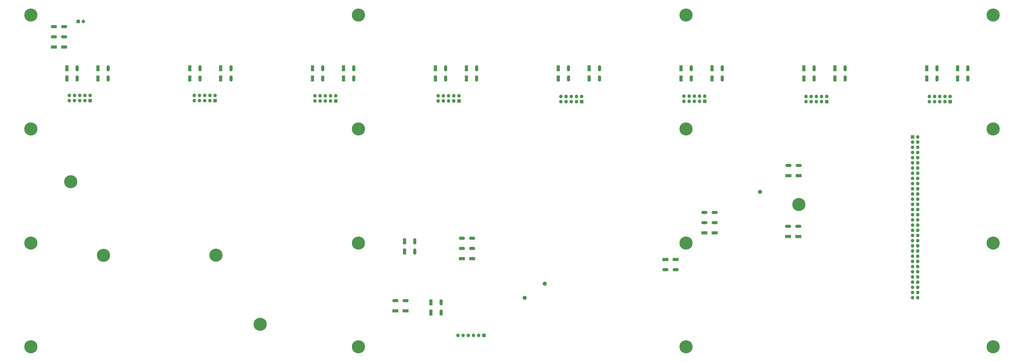
<source format=gbr>
%TF.GenerationSoftware,KiCad,Pcbnew,7.0.8*%
%TF.CreationDate,2023-11-16T11:59:51+01:00*%
%TF.ProjectId,main-board-rev1,6d61696e-2d62-46f6-9172-642d72657631,rev?*%
%TF.SameCoordinates,Original*%
%TF.FileFunction,Soldermask,Bot*%
%TF.FilePolarity,Negative*%
%FSLAX46Y46*%
G04 Gerber Fmt 4.6, Leading zero omitted, Abs format (unit mm)*
G04 Created by KiCad (PCBNEW 7.0.8) date 2023-11-16 11:59:51*
%MOMM*%
%LPD*%
G01*
G04 APERTURE LIST*
%ADD10C,0.800000*%
%ADD11C,6.400000*%
%ADD12R,1.700000X1.700000*%
%ADD13O,1.700000X1.700000*%
%ADD14R,1.500000X3.000000*%
%ADD15O,1.500000X3.000000*%
%ADD16R,3.000000X1.500000*%
%ADD17O,3.000000X1.500000*%
%ADD18C,2.000000*%
G04 APERTURE END LIST*
D10*
%TO.C,H108*%
X88300682Y-643708023D03*
X89003626Y-642010967D03*
X89003626Y-645405079D03*
X90700682Y-641308023D03*
D11*
X90700682Y-643708023D03*
D10*
X90700682Y-646108023D03*
X92397738Y-642010967D03*
X92397738Y-645405079D03*
X93100682Y-643708023D03*
%TD*%
%TO.C,H108*%
X408300682Y-643708023D03*
X409003626Y-642010967D03*
X409003626Y-645405079D03*
X410700682Y-641308023D03*
D11*
X410700682Y-643708023D03*
D10*
X410700682Y-646108023D03*
X412397738Y-642010967D03*
X412397738Y-645405079D03*
X413100682Y-643708023D03*
%TD*%
D12*
%TO.C,J105*%
X359720682Y-686088023D03*
D13*
X359720682Y-683548023D03*
X357180682Y-686088023D03*
X357180682Y-683548023D03*
X354640682Y-686088023D03*
X354640682Y-683548023D03*
X352100682Y-686088023D03*
X352100682Y-683548023D03*
X349560682Y-686088023D03*
X349560682Y-683548023D03*
%TD*%
D14*
%TO.C,J503*%
X363410682Y-669798023D03*
X363410682Y-674798023D03*
D15*
X368410682Y-669798023D03*
X368410682Y-674798023D03*
%TD*%
D10*
%TO.C,H108*%
X248300682Y-643708023D03*
X249003626Y-642010967D03*
X249003626Y-645405079D03*
X250700682Y-641308023D03*
D11*
X250700682Y-643708023D03*
D10*
X250700682Y-646108023D03*
X252397738Y-642010967D03*
X252397738Y-645405079D03*
X253100682Y-643708023D03*
%TD*%
D16*
%TO.C,J120*%
X460580682Y-752135523D03*
X465580682Y-752135523D03*
D17*
X460580682Y-747135523D03*
X465580682Y-747135523D03*
%TD*%
D12*
%TO.C,J104*%
X299780682Y-685788023D03*
D13*
X299780682Y-683248023D03*
X297240682Y-685788023D03*
X297240682Y-683248023D03*
X294700682Y-685788023D03*
X294700682Y-683248023D03*
X292160682Y-685788023D03*
X292160682Y-683248023D03*
X289620682Y-685788023D03*
X289620682Y-683248023D03*
%TD*%
D16*
%TO.C,J202*%
X101890682Y-659358023D03*
X106890682Y-659358023D03*
D17*
X101890682Y-654358023D03*
X106890682Y-654358023D03*
X101890682Y-649358023D03*
X106890682Y-649358023D03*
%TD*%
D10*
%TO.C,H108*%
X408300682Y-699541356D03*
X409003626Y-697844300D03*
X409003626Y-701238412D03*
X410700682Y-697141356D03*
D11*
X410700682Y-699541356D03*
D10*
X410700682Y-701941356D03*
X412397738Y-697844300D03*
X412397738Y-701238412D03*
X413100682Y-699541356D03*
%TD*%
D12*
%TO.C,J1*%
X311980682Y-800574689D03*
D13*
X309440682Y-800574689D03*
X306900682Y-800574689D03*
X304360682Y-800574689D03*
X301820682Y-800574689D03*
X299280682Y-800574689D03*
%TD*%
D14*
%TO.C,J503*%
X423410682Y-669798023D03*
X423410682Y-674798023D03*
D15*
X428410682Y-669798023D03*
X428410682Y-674798023D03*
%TD*%
D14*
%TO.C,J504*%
X528260682Y-669798023D03*
X528260682Y-674798023D03*
D15*
X533260682Y-669798023D03*
X533260682Y-674798023D03*
%TD*%
D10*
%TO.C,H108*%
X248300682Y-806208023D03*
X249003626Y-804510967D03*
X249003626Y-807905079D03*
X250700682Y-803808023D03*
D11*
X250700682Y-806208023D03*
D10*
X250700682Y-808608023D03*
X252397738Y-804510967D03*
X252397738Y-807905079D03*
X253100682Y-806208023D03*
%TD*%
D14*
%TO.C,J503*%
X543410682Y-669798023D03*
X543410682Y-674798023D03*
D15*
X548410682Y-669798023D03*
X548410682Y-674798023D03*
%TD*%
D10*
%TO.C,H108*%
X408300682Y-755374689D03*
X409003626Y-753677633D03*
X409003626Y-757071745D03*
X410700682Y-752974689D03*
D11*
X410700682Y-755374689D03*
D10*
X410700682Y-757774689D03*
X412397738Y-753677633D03*
X412397738Y-757071745D03*
X413100682Y-755374689D03*
%TD*%
D14*
%TO.C,SW201*%
X286085682Y-784448023D03*
X286085682Y-789448023D03*
D15*
X291085682Y-784448023D03*
X291085682Y-789448023D03*
%TD*%
D12*
%TO.C,J117*%
X521380682Y-703378023D03*
D13*
X523920682Y-703378023D03*
X521380682Y-705918023D03*
X523920682Y-705918023D03*
X521380682Y-708458023D03*
X523920682Y-708458023D03*
X521380682Y-710998023D03*
X523920682Y-710998023D03*
X521380682Y-713538023D03*
X523920682Y-713538023D03*
X521380682Y-716078023D03*
X523920682Y-716078023D03*
X521380682Y-718618023D03*
X523920682Y-718618023D03*
X521380682Y-721158023D03*
X523920682Y-721158023D03*
X521380682Y-723698023D03*
X523920682Y-723698023D03*
X521380682Y-726238023D03*
X523920682Y-726238023D03*
X521380682Y-728778023D03*
X523920682Y-728778023D03*
X521380682Y-731318023D03*
X523920682Y-731318023D03*
X521380682Y-733858023D03*
X523920682Y-733858023D03*
X521380682Y-736398023D03*
X523920682Y-736398023D03*
X521380682Y-738938023D03*
X523920682Y-738938023D03*
X521380682Y-741478023D03*
X523920682Y-741478023D03*
X521380682Y-744018023D03*
X523920682Y-744018023D03*
X521380682Y-746558023D03*
X523920682Y-746558023D03*
X521380682Y-749098023D03*
X523920682Y-749098023D03*
X521380682Y-751638023D03*
X523920682Y-751638023D03*
X521380682Y-754178023D03*
X523920682Y-754178023D03*
X521380682Y-756718023D03*
X523920682Y-756718023D03*
X521380682Y-759258023D03*
X523920682Y-759258023D03*
X521380682Y-761798023D03*
X523920682Y-761798023D03*
X521380682Y-764338023D03*
X523920682Y-764338023D03*
X521380682Y-766878023D03*
X523920682Y-766878023D03*
X521380682Y-769418023D03*
X523920682Y-769418023D03*
X521380682Y-771958023D03*
X523920682Y-771958023D03*
X521380682Y-774498023D03*
X523920682Y-774498023D03*
X521380682Y-777038023D03*
X523920682Y-777038023D03*
X521380682Y-779578023D03*
X523920682Y-779578023D03*
X521380682Y-782118023D03*
X523920682Y-782118023D03*
%TD*%
D14*
%TO.C,SW302*%
X273225682Y-754500523D03*
X273225682Y-759500523D03*
D15*
X278225682Y-754500523D03*
X278225682Y-759500523D03*
%TD*%
D14*
%TO.C,J503*%
X483410682Y-669798023D03*
X483410682Y-674798023D03*
D15*
X488410682Y-669798023D03*
X488410682Y-674798023D03*
%TD*%
D10*
%TO.C,H108*%
X408300682Y-806208023D03*
X409003626Y-804510967D03*
X409003626Y-807905079D03*
X410700682Y-803808023D03*
D11*
X410700682Y-806208023D03*
D10*
X410700682Y-808608023D03*
X412397738Y-804510967D03*
X412397738Y-807905079D03*
X413100682Y-806208023D03*
%TD*%
%TO.C,H108*%
X558300682Y-806208023D03*
X559003626Y-804510967D03*
X559003626Y-807905079D03*
X560700682Y-803808023D03*
D11*
X560700682Y-806208023D03*
D10*
X560700682Y-808608023D03*
X562397738Y-804510967D03*
X562397738Y-807905079D03*
X563100682Y-806208023D03*
%TD*%
D12*
%TO.C,J103*%
X239620682Y-685748023D03*
D13*
X239620682Y-683208023D03*
X237080682Y-685748023D03*
X237080682Y-683208023D03*
X234540682Y-685748023D03*
X234540682Y-683208023D03*
X232000682Y-685748023D03*
X232000682Y-683208023D03*
X229460682Y-685748023D03*
X229460682Y-683208023D03*
%TD*%
D14*
%TO.C,J504*%
X288260682Y-669798023D03*
X288260682Y-674798023D03*
D15*
X293260682Y-669798023D03*
X293260682Y-674798023D03*
%TD*%
D10*
%TO.C,H407*%
X107770682Y-725298023D03*
X108473626Y-723600967D03*
X108473626Y-726995079D03*
X110170682Y-722898023D03*
D11*
X110170682Y-725298023D03*
D10*
X110170682Y-727698023D03*
X111867738Y-723600967D03*
X111867738Y-726995079D03*
X112570682Y-725298023D03*
%TD*%
D12*
%TO.C,J102*%
X180620682Y-685648023D03*
D13*
X180620682Y-683108023D03*
X178080682Y-685648023D03*
X178080682Y-683108023D03*
X175540682Y-685648023D03*
X175540682Y-683108023D03*
X173000682Y-685648023D03*
X173000682Y-683108023D03*
X170460682Y-685648023D03*
X170460682Y-683108023D03*
%TD*%
D10*
%TO.C,H108*%
X88300682Y-699541356D03*
X89003626Y-697844300D03*
X89003626Y-701238412D03*
X90700682Y-697141356D03*
D11*
X90700682Y-699541356D03*
D10*
X90700682Y-701941356D03*
X92397738Y-697844300D03*
X92397738Y-701238412D03*
X93100682Y-699541356D03*
%TD*%
D14*
%TO.C,J503*%
X123410682Y-669798023D03*
X123410682Y-674798023D03*
D15*
X128410682Y-669798023D03*
X128410682Y-674798023D03*
%TD*%
D10*
%TO.C,H108*%
X248300682Y-755374689D03*
X249003626Y-753677633D03*
X249003626Y-757071745D03*
X250700682Y-752974689D03*
D11*
X250700682Y-755374689D03*
D10*
X250700682Y-757774689D03*
X252397738Y-753677633D03*
X252397738Y-757071745D03*
X253100682Y-755374689D03*
%TD*%
%TO.C,H405*%
X200270682Y-795198023D03*
X200973626Y-793500967D03*
X200973626Y-796895079D03*
X202670682Y-792798023D03*
D11*
X202670682Y-795198023D03*
D10*
X202670682Y-797598023D03*
X204367738Y-793500967D03*
X204367738Y-796895079D03*
X205070682Y-795198023D03*
%TD*%
%TO.C,H108*%
X88300682Y-806208023D03*
X89003626Y-804510967D03*
X89003626Y-807905079D03*
X90700682Y-803808023D03*
D11*
X90700682Y-806208023D03*
D10*
X90700682Y-808608023D03*
X92397738Y-804510967D03*
X92397738Y-807905079D03*
X93100682Y-806208023D03*
%TD*%
D12*
%TO.C,J107*%
X479420682Y-686148023D03*
D13*
X479420682Y-683608023D03*
X476880682Y-686148023D03*
X476880682Y-683608023D03*
X474340682Y-686148023D03*
X474340682Y-683608023D03*
X471800682Y-686148023D03*
X471800682Y-683608023D03*
X469260682Y-686148023D03*
X469260682Y-683608023D03*
%TD*%
D18*
%TO.C,TP401*%
X446830682Y-730298023D03*
%TD*%
D14*
%TO.C,J504*%
X408260682Y-669798023D03*
X408260682Y-674798023D03*
D15*
X413260682Y-669798023D03*
X413260682Y-674798023D03*
%TD*%
D12*
%TO.C,J101*%
X119620682Y-685648023D03*
D13*
X119620682Y-683108023D03*
X117080682Y-685648023D03*
X117080682Y-683108023D03*
X114540682Y-685648023D03*
X114540682Y-683108023D03*
X112000682Y-685648023D03*
X112000682Y-683108023D03*
X109460682Y-685648023D03*
X109460682Y-683108023D03*
%TD*%
D14*
%TO.C,J503*%
X183410682Y-669798023D03*
X183410682Y-674798023D03*
D15*
X188410682Y-669798023D03*
X188410682Y-674798023D03*
%TD*%
D14*
%TO.C,J503*%
X303410682Y-669798023D03*
X303410682Y-674798023D03*
D15*
X308410682Y-669798023D03*
X308410682Y-674798023D03*
%TD*%
D14*
%TO.C,J504*%
X168260682Y-669798023D03*
X168260682Y-674798023D03*
D15*
X173260682Y-669798023D03*
X173260682Y-674798023D03*
%TD*%
D10*
%TO.C,H108*%
X558300682Y-755374689D03*
X559003626Y-753677633D03*
X559003626Y-757071745D03*
X560700682Y-752974689D03*
D11*
X560700682Y-755374689D03*
D10*
X560700682Y-757774689D03*
X562397738Y-753677633D03*
X562397738Y-757071745D03*
X563100682Y-755374689D03*
%TD*%
D16*
%TO.C,J201*%
X268735682Y-788598023D03*
X273735682Y-788598023D03*
D17*
X268735682Y-783598023D03*
X273735682Y-783598023D03*
%TD*%
D10*
%TO.C,H110*%
X463383626Y-736521800D03*
X464086570Y-734824744D03*
X464086570Y-738218856D03*
X465783626Y-734121800D03*
D11*
X465783626Y-736521800D03*
D10*
X465783626Y-738921800D03*
X467480682Y-734824744D03*
X467480682Y-738218856D03*
X468183626Y-736521800D03*
%TD*%
%TO.C,H102*%
X123717711Y-761375658D03*
X124420655Y-759678602D03*
X124420655Y-763072714D03*
X126117711Y-758975658D03*
D11*
X126117711Y-761375658D03*
D10*
X126117711Y-763775658D03*
X127814767Y-759678602D03*
X127814767Y-763072714D03*
X128517711Y-761375658D03*
%TD*%
D18*
%TO.C,TP204*%
X341660682Y-775298023D03*
%TD*%
D12*
%TO.C,J108*%
X539700682Y-686148023D03*
D13*
X539700682Y-683608023D03*
X537160682Y-686148023D03*
X537160682Y-683608023D03*
X534620682Y-686148023D03*
X534620682Y-683608023D03*
X532080682Y-686148023D03*
X532080682Y-683608023D03*
X529540682Y-686148023D03*
X529540682Y-683608023D03*
%TD*%
D10*
%TO.C,H408*%
X178670682Y-761298023D03*
X179373626Y-759600967D03*
X179373626Y-762995079D03*
X181070682Y-758898023D03*
D11*
X181070682Y-761298023D03*
D10*
X181070682Y-763698023D03*
X182767738Y-759600967D03*
X182767738Y-762995079D03*
X183470682Y-761298023D03*
%TD*%
D16*
%TO.C,SW301*%
X419680682Y-750368023D03*
X424680682Y-750368023D03*
D17*
X419680682Y-745368023D03*
X424680682Y-745368023D03*
X419680682Y-740368023D03*
X424680682Y-740368023D03*
%TD*%
D10*
%TO.C,H108*%
X88300682Y-755374689D03*
X89003626Y-753677633D03*
X89003626Y-757071745D03*
X90700682Y-752974689D03*
D11*
X90700682Y-755374689D03*
D10*
X90700682Y-757774689D03*
X92397738Y-753677633D03*
X92397738Y-757071745D03*
X93100682Y-755374689D03*
%TD*%
D16*
%TO.C,RV301*%
X301235682Y-763010523D03*
X306235682Y-763010523D03*
D17*
X301235682Y-758010523D03*
X306235682Y-758010523D03*
X301235682Y-753010523D03*
X306235682Y-753010523D03*
%TD*%
D14*
%TO.C,J504*%
X108260682Y-669798023D03*
X108260682Y-674798023D03*
D15*
X113260682Y-669798023D03*
X113260682Y-674798023D03*
%TD*%
D18*
%TO.C,TP203*%
X331910682Y-782223023D03*
%TD*%
D14*
%TO.C,J504*%
X228260682Y-669798023D03*
X228260682Y-674798023D03*
D15*
X233260682Y-669798023D03*
X233260682Y-674798023D03*
%TD*%
D10*
%TO.C,H108*%
X558300682Y-643708023D03*
X559003626Y-642010967D03*
X559003626Y-645405079D03*
X560700682Y-641308023D03*
D11*
X560700682Y-643708023D03*
D10*
X560700682Y-646108023D03*
X562397738Y-642010967D03*
X562397738Y-645405079D03*
X563100682Y-643708023D03*
%TD*%
D16*
%TO.C,J119*%
X460730682Y-722398023D03*
X465730682Y-722398023D03*
D17*
X460730682Y-717398023D03*
X465730682Y-717398023D03*
%TD*%
D10*
%TO.C,H108*%
X558300682Y-699541356D03*
X559003626Y-697844300D03*
X559003626Y-701238412D03*
X560700682Y-697141356D03*
D11*
X560700682Y-699541356D03*
D10*
X560700682Y-701941356D03*
X562397738Y-697844300D03*
X562397738Y-701238412D03*
X563100682Y-699541356D03*
%TD*%
D14*
%TO.C,J503*%
X243410682Y-669798023D03*
X243410682Y-674798023D03*
D15*
X248410682Y-669798023D03*
X248410682Y-674798023D03*
%TD*%
D14*
%TO.C,J504*%
X348260682Y-669798023D03*
X348260682Y-674798023D03*
D15*
X353260682Y-669798023D03*
X353260682Y-674798023D03*
%TD*%
D10*
%TO.C,H108*%
X248300682Y-699541356D03*
X249003626Y-697844300D03*
X249003626Y-701238412D03*
X250700682Y-697141356D03*
D11*
X250700682Y-699541356D03*
D10*
X250700682Y-701941356D03*
X252397738Y-697844300D03*
X252397738Y-701238412D03*
X253100682Y-699541356D03*
%TD*%
D12*
%TO.C,J106*%
X419820682Y-685988023D03*
D13*
X419820682Y-683448023D03*
X417280682Y-685988023D03*
X417280682Y-683448023D03*
X414740682Y-685988023D03*
X414740682Y-683448023D03*
X412200682Y-685988023D03*
X412200682Y-683448023D03*
X409660682Y-685988023D03*
X409660682Y-683448023D03*
%TD*%
D16*
%TO.C,SW401*%
X405630682Y-763435523D03*
X400630682Y-763435523D03*
D17*
X405630682Y-768435523D03*
X400630682Y-768435523D03*
%TD*%
D12*
%TO.C,JP201*%
X113775682Y-646808023D03*
D13*
X116315682Y-646808023D03*
%TD*%
D14*
%TO.C,J504*%
X468260682Y-669798023D03*
X468260682Y-674798023D03*
D15*
X473260682Y-669798023D03*
X473260682Y-674798023D03*
%TD*%
M02*

</source>
